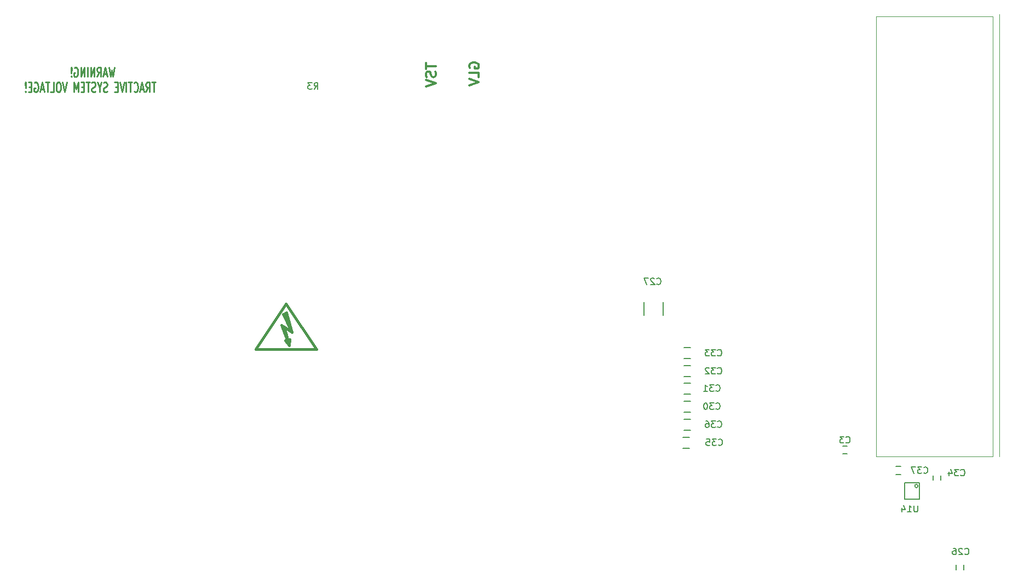
<source format=gbr>
G04 #@! TF.FileFunction,Legend,Bot*
%FSLAX46Y46*%
G04 Gerber Fmt 4.6, Leading zero omitted, Abs format (unit mm)*
G04 Created by KiCad (PCBNEW 4.0.2-stable) date 3/30/2017 9:01:33 AM*
%MOMM*%
G01*
G04 APERTURE LIST*
%ADD10C,0.100000*%
%ADD11C,0.300000*%
%ADD12C,0.250000*%
%ADD13C,0.150000*%
%ADD14C,0.381000*%
G04 APERTURE END LIST*
D10*
X219964000Y-131699000D02*
X201930000Y-131699000D01*
X201930000Y-63627000D02*
X219964000Y-63627000D01*
X219964000Y-131699000D02*
X219964000Y-63627000D01*
X201930000Y-63627000D02*
X201930000Y-131699000D01*
X220980000Y-63246000D02*
X220980000Y-131699000D01*
D11*
X132338071Y-70858286D02*
X132338071Y-71715429D01*
X133838071Y-71286858D02*
X132338071Y-71286858D01*
X133766643Y-72144000D02*
X133838071Y-72358286D01*
X133838071Y-72715429D01*
X133766643Y-72858286D01*
X133695214Y-72929715D01*
X133552357Y-73001143D01*
X133409500Y-73001143D01*
X133266643Y-72929715D01*
X133195214Y-72858286D01*
X133123786Y-72715429D01*
X133052357Y-72429715D01*
X132980929Y-72286857D01*
X132909500Y-72215429D01*
X132766643Y-72144000D01*
X132623786Y-72144000D01*
X132480929Y-72215429D01*
X132409500Y-72286857D01*
X132338071Y-72429715D01*
X132338071Y-72786857D01*
X132409500Y-73001143D01*
X132338071Y-73429714D02*
X133838071Y-73929714D01*
X132338071Y-74429714D01*
X139077000Y-71596357D02*
X139005571Y-71453500D01*
X139005571Y-71239214D01*
X139077000Y-71024929D01*
X139219857Y-70882071D01*
X139362714Y-70810643D01*
X139648429Y-70739214D01*
X139862714Y-70739214D01*
X140148429Y-70810643D01*
X140291286Y-70882071D01*
X140434143Y-71024929D01*
X140505571Y-71239214D01*
X140505571Y-71382071D01*
X140434143Y-71596357D01*
X140362714Y-71667786D01*
X139862714Y-71667786D01*
X139862714Y-71382071D01*
X140505571Y-73024929D02*
X140505571Y-72310643D01*
X139005571Y-72310643D01*
X139005571Y-73310643D02*
X140505571Y-73810643D01*
X139005571Y-74310643D01*
D12*
X84152904Y-71473071D02*
X83914809Y-72973071D01*
X83724332Y-71901643D01*
X83533856Y-72973071D01*
X83295761Y-71473071D01*
X82962428Y-72544500D02*
X82486237Y-72544500D01*
X83057666Y-72973071D02*
X82724333Y-71473071D01*
X82390999Y-72973071D01*
X81486237Y-72973071D02*
X81819571Y-72258786D01*
X82057666Y-72973071D02*
X82057666Y-71473071D01*
X81676713Y-71473071D01*
X81581475Y-71544500D01*
X81533856Y-71615929D01*
X81486237Y-71758786D01*
X81486237Y-71973071D01*
X81533856Y-72115929D01*
X81581475Y-72187357D01*
X81676713Y-72258786D01*
X82057666Y-72258786D01*
X81057666Y-72973071D02*
X81057666Y-71473071D01*
X80486237Y-72973071D01*
X80486237Y-71473071D01*
X80010047Y-72973071D02*
X80010047Y-71473071D01*
X79533857Y-72973071D02*
X79533857Y-71473071D01*
X78962428Y-72973071D01*
X78962428Y-71473071D01*
X77962428Y-71544500D02*
X78057666Y-71473071D01*
X78200523Y-71473071D01*
X78343381Y-71544500D01*
X78438619Y-71687357D01*
X78486238Y-71830214D01*
X78533857Y-72115929D01*
X78533857Y-72330214D01*
X78486238Y-72615929D01*
X78438619Y-72758786D01*
X78343381Y-72901643D01*
X78200523Y-72973071D01*
X78105285Y-72973071D01*
X77962428Y-72901643D01*
X77914809Y-72830214D01*
X77914809Y-72330214D01*
X78105285Y-72330214D01*
X77486238Y-72830214D02*
X77438619Y-72901643D01*
X77486238Y-72973071D01*
X77533857Y-72901643D01*
X77486238Y-72830214D01*
X77486238Y-72973071D01*
X77486238Y-72401643D02*
X77533857Y-71544500D01*
X77486238Y-71473071D01*
X77438619Y-71544500D01*
X77486238Y-72401643D01*
X77486238Y-71473071D01*
X90510048Y-73823071D02*
X89938619Y-73823071D01*
X90224334Y-75323071D02*
X90224334Y-73823071D01*
X89033857Y-75323071D02*
X89367191Y-74608786D01*
X89605286Y-75323071D02*
X89605286Y-73823071D01*
X89224333Y-73823071D01*
X89129095Y-73894500D01*
X89081476Y-73965929D01*
X89033857Y-74108786D01*
X89033857Y-74323071D01*
X89081476Y-74465929D01*
X89129095Y-74537357D01*
X89224333Y-74608786D01*
X89605286Y-74608786D01*
X88652905Y-74894500D02*
X88176714Y-74894500D01*
X88748143Y-75323071D02*
X88414810Y-73823071D01*
X88081476Y-75323071D01*
X87176714Y-75180214D02*
X87224333Y-75251643D01*
X87367190Y-75323071D01*
X87462428Y-75323071D01*
X87605286Y-75251643D01*
X87700524Y-75108786D01*
X87748143Y-74965929D01*
X87795762Y-74680214D01*
X87795762Y-74465929D01*
X87748143Y-74180214D01*
X87700524Y-74037357D01*
X87605286Y-73894500D01*
X87462428Y-73823071D01*
X87367190Y-73823071D01*
X87224333Y-73894500D01*
X87176714Y-73965929D01*
X86891000Y-73823071D02*
X86319571Y-73823071D01*
X86605286Y-75323071D02*
X86605286Y-73823071D01*
X85986238Y-75323071D02*
X85986238Y-73823071D01*
X85652905Y-73823071D02*
X85319572Y-75323071D01*
X84986238Y-73823071D01*
X84652905Y-74537357D02*
X84319571Y-74537357D01*
X84176714Y-75323071D02*
X84652905Y-75323071D01*
X84652905Y-73823071D01*
X84176714Y-73823071D01*
X83033857Y-75251643D02*
X82891000Y-75323071D01*
X82652904Y-75323071D01*
X82557666Y-75251643D01*
X82510047Y-75180214D01*
X82462428Y-75037357D01*
X82462428Y-74894500D01*
X82510047Y-74751643D01*
X82557666Y-74680214D01*
X82652904Y-74608786D01*
X82843381Y-74537357D01*
X82938619Y-74465929D01*
X82986238Y-74394500D01*
X83033857Y-74251643D01*
X83033857Y-74108786D01*
X82986238Y-73965929D01*
X82938619Y-73894500D01*
X82843381Y-73823071D01*
X82605285Y-73823071D01*
X82462428Y-73894500D01*
X81843381Y-74608786D02*
X81843381Y-75323071D01*
X82176714Y-73823071D02*
X81843381Y-74608786D01*
X81510047Y-73823071D01*
X81224333Y-75251643D02*
X81081476Y-75323071D01*
X80843380Y-75323071D01*
X80748142Y-75251643D01*
X80700523Y-75180214D01*
X80652904Y-75037357D01*
X80652904Y-74894500D01*
X80700523Y-74751643D01*
X80748142Y-74680214D01*
X80843380Y-74608786D01*
X81033857Y-74537357D01*
X81129095Y-74465929D01*
X81176714Y-74394500D01*
X81224333Y-74251643D01*
X81224333Y-74108786D01*
X81176714Y-73965929D01*
X81129095Y-73894500D01*
X81033857Y-73823071D01*
X80795761Y-73823071D01*
X80652904Y-73894500D01*
X80367190Y-73823071D02*
X79795761Y-73823071D01*
X80081476Y-75323071D02*
X80081476Y-73823071D01*
X79462428Y-74537357D02*
X79129094Y-74537357D01*
X78986237Y-75323071D02*
X79462428Y-75323071D01*
X79462428Y-73823071D01*
X78986237Y-73823071D01*
X78557666Y-75323071D02*
X78557666Y-73823071D01*
X78224332Y-74894500D01*
X77890999Y-73823071D01*
X77890999Y-75323071D01*
X76795761Y-73823071D02*
X76462428Y-75323071D01*
X76129094Y-73823071D01*
X75605285Y-73823071D02*
X75414808Y-73823071D01*
X75319570Y-73894500D01*
X75224332Y-74037357D01*
X75176713Y-74323071D01*
X75176713Y-74823071D01*
X75224332Y-75108786D01*
X75319570Y-75251643D01*
X75414808Y-75323071D01*
X75605285Y-75323071D01*
X75700523Y-75251643D01*
X75795761Y-75108786D01*
X75843380Y-74823071D01*
X75843380Y-74323071D01*
X75795761Y-74037357D01*
X75700523Y-73894500D01*
X75605285Y-73823071D01*
X74271951Y-75323071D02*
X74748142Y-75323071D01*
X74748142Y-73823071D01*
X74081475Y-73823071D02*
X73510046Y-73823071D01*
X73795761Y-75323071D02*
X73795761Y-73823071D01*
X73224332Y-74894500D02*
X72748141Y-74894500D01*
X73319570Y-75323071D02*
X72986237Y-73823071D01*
X72652903Y-75323071D01*
X71795760Y-73894500D02*
X71890998Y-73823071D01*
X72033855Y-73823071D01*
X72176713Y-73894500D01*
X72271951Y-74037357D01*
X72319570Y-74180214D01*
X72367189Y-74465929D01*
X72367189Y-74680214D01*
X72319570Y-74965929D01*
X72271951Y-75108786D01*
X72176713Y-75251643D01*
X72033855Y-75323071D01*
X71938617Y-75323071D01*
X71795760Y-75251643D01*
X71748141Y-75180214D01*
X71748141Y-74680214D01*
X71938617Y-74680214D01*
X71319570Y-74537357D02*
X70986236Y-74537357D01*
X70843379Y-75323071D02*
X71319570Y-75323071D01*
X71319570Y-73823071D01*
X70843379Y-73823071D01*
X70414808Y-75180214D02*
X70367189Y-75251643D01*
X70414808Y-75323071D01*
X70462427Y-75251643D01*
X70414808Y-75180214D01*
X70414808Y-75323071D01*
X70414808Y-74751643D02*
X70462427Y-73894500D01*
X70414808Y-73823071D01*
X70367189Y-73894500D01*
X70414808Y-74751643D01*
X70414808Y-73823071D01*
D13*
X196754000Y-131283000D02*
X197454000Y-131283000D01*
X197454000Y-130083000D02*
X196754000Y-130083000D01*
X110575000Y-109718000D02*
X110975000Y-110668000D01*
X110975000Y-110668000D02*
X110925000Y-110768000D01*
D14*
X110323960Y-109668840D02*
X110774060Y-109468000D01*
X111172840Y-114467640D02*
X109973960Y-111368840D01*
X109973960Y-111368840D02*
X110573400Y-111767620D01*
X111574160Y-112468660D02*
X110273680Y-109667040D01*
X111172840Y-114467640D02*
X110573400Y-113769140D01*
X110774060Y-109468920D02*
X111574160Y-112468660D01*
X111574160Y-112468660D02*
X110375280Y-111668560D01*
X110375280Y-111668560D02*
X111172840Y-114467640D01*
X111172840Y-114467640D02*
X111274440Y-113568480D01*
X110675000Y-108077000D02*
X105976000Y-115062000D01*
X105976000Y-115062000D02*
X115374000Y-115062000D01*
X115374000Y-115062000D02*
X110675000Y-108077000D01*
D13*
X214284000Y-148494000D02*
X214284000Y-149194000D01*
X215484000Y-149194000D02*
X215484000Y-148494000D01*
X166038000Y-109839000D02*
X166038000Y-107839000D01*
X168988000Y-107839000D02*
X168988000Y-109839000D01*
X172220000Y-123102000D02*
X173220000Y-123102000D01*
X173220000Y-124802000D02*
X172220000Y-124802000D01*
X172220000Y-120308000D02*
X173220000Y-120308000D01*
X173220000Y-122008000D02*
X172220000Y-122008000D01*
X172220000Y-117641000D02*
X173220000Y-117641000D01*
X173220000Y-119341000D02*
X172220000Y-119341000D01*
X172220000Y-114847000D02*
X173220000Y-114847000D01*
X173220000Y-116547000D02*
X172220000Y-116547000D01*
X211928000Y-135351000D02*
X211928000Y-134651000D01*
X210728000Y-134651000D02*
X210728000Y-135351000D01*
X172093000Y-128690000D02*
X173093000Y-128690000D01*
X173093000Y-130390000D02*
X172093000Y-130390000D01*
X172220000Y-125896000D02*
X173220000Y-125896000D01*
X173220000Y-127596000D02*
X172220000Y-127596000D01*
X205009000Y-134458000D02*
X205709000Y-134458000D01*
X205709000Y-133258000D02*
X205009000Y-133258000D01*
X208407000Y-136271000D02*
G75*
G03X208407000Y-136271000I-254000J0D01*
G01*
X206375000Y-138303000D02*
X206375000Y-135763000D01*
X206375000Y-135763000D02*
X208661000Y-135763000D01*
X208661000Y-135763000D02*
X208661000Y-138303000D01*
X208661000Y-138303000D02*
X206375000Y-138303000D01*
X197270666Y-129516143D02*
X197318285Y-129563762D01*
X197461142Y-129611381D01*
X197556380Y-129611381D01*
X197699238Y-129563762D01*
X197794476Y-129468524D01*
X197842095Y-129373286D01*
X197889714Y-129182810D01*
X197889714Y-129039952D01*
X197842095Y-128849476D01*
X197794476Y-128754238D01*
X197699238Y-128659000D01*
X197556380Y-128611381D01*
X197461142Y-128611381D01*
X197318285Y-128659000D01*
X197270666Y-128706619D01*
X196937333Y-128611381D02*
X196318285Y-128611381D01*
X196651619Y-128992333D01*
X196508761Y-128992333D01*
X196413523Y-129039952D01*
X196365904Y-129087571D01*
X196318285Y-129182810D01*
X196318285Y-129420905D01*
X196365904Y-129516143D01*
X196413523Y-129563762D01*
X196508761Y-129611381D01*
X196794476Y-129611381D01*
X196889714Y-129563762D01*
X196937333Y-129516143D01*
X115038166Y-74874381D02*
X115371500Y-74398190D01*
X115609595Y-74874381D02*
X115609595Y-73874381D01*
X115228642Y-73874381D01*
X115133404Y-73922000D01*
X115085785Y-73969619D01*
X115038166Y-74064857D01*
X115038166Y-74207714D01*
X115085785Y-74302952D01*
X115133404Y-74350571D01*
X115228642Y-74398190D01*
X115609595Y-74398190D01*
X114704833Y-73874381D02*
X114085785Y-73874381D01*
X114419119Y-74255333D01*
X114276261Y-74255333D01*
X114181023Y-74302952D01*
X114133404Y-74350571D01*
X114085785Y-74445810D01*
X114085785Y-74683905D01*
X114133404Y-74779143D01*
X114181023Y-74826762D01*
X114276261Y-74874381D01*
X114561976Y-74874381D01*
X114657214Y-74826762D01*
X114704833Y-74779143D01*
X215653857Y-146788143D02*
X215701476Y-146835762D01*
X215844333Y-146883381D01*
X215939571Y-146883381D01*
X216082429Y-146835762D01*
X216177667Y-146740524D01*
X216225286Y-146645286D01*
X216272905Y-146454810D01*
X216272905Y-146311952D01*
X216225286Y-146121476D01*
X216177667Y-146026238D01*
X216082429Y-145931000D01*
X215939571Y-145883381D01*
X215844333Y-145883381D01*
X215701476Y-145931000D01*
X215653857Y-145978619D01*
X215272905Y-145978619D02*
X215225286Y-145931000D01*
X215130048Y-145883381D01*
X214891952Y-145883381D01*
X214796714Y-145931000D01*
X214749095Y-145978619D01*
X214701476Y-146073857D01*
X214701476Y-146169095D01*
X214749095Y-146311952D01*
X215320524Y-146883381D01*
X214701476Y-146883381D01*
X213844333Y-145883381D02*
X214034810Y-145883381D01*
X214130048Y-145931000D01*
X214177667Y-145978619D01*
X214272905Y-146121476D01*
X214320524Y-146311952D01*
X214320524Y-146692905D01*
X214272905Y-146788143D01*
X214225286Y-146835762D01*
X214130048Y-146883381D01*
X213939571Y-146883381D01*
X213844333Y-146835762D01*
X213796714Y-146788143D01*
X213749095Y-146692905D01*
X213749095Y-146454810D01*
X213796714Y-146359571D01*
X213844333Y-146311952D01*
X213939571Y-146264333D01*
X214130048Y-146264333D01*
X214225286Y-146311952D01*
X214272905Y-146359571D01*
X214320524Y-146454810D01*
X168028857Y-105005143D02*
X168076476Y-105052762D01*
X168219333Y-105100381D01*
X168314571Y-105100381D01*
X168457429Y-105052762D01*
X168552667Y-104957524D01*
X168600286Y-104862286D01*
X168647905Y-104671810D01*
X168647905Y-104528952D01*
X168600286Y-104338476D01*
X168552667Y-104243238D01*
X168457429Y-104148000D01*
X168314571Y-104100381D01*
X168219333Y-104100381D01*
X168076476Y-104148000D01*
X168028857Y-104195619D01*
X167647905Y-104195619D02*
X167600286Y-104148000D01*
X167505048Y-104100381D01*
X167266952Y-104100381D01*
X167171714Y-104148000D01*
X167124095Y-104195619D01*
X167076476Y-104290857D01*
X167076476Y-104386095D01*
X167124095Y-104528952D01*
X167695524Y-105100381D01*
X167076476Y-105100381D01*
X166743143Y-104100381D02*
X166076476Y-104100381D01*
X166505048Y-105100381D01*
X177172857Y-124309143D02*
X177220476Y-124356762D01*
X177363333Y-124404381D01*
X177458571Y-124404381D01*
X177601429Y-124356762D01*
X177696667Y-124261524D01*
X177744286Y-124166286D01*
X177791905Y-123975810D01*
X177791905Y-123832952D01*
X177744286Y-123642476D01*
X177696667Y-123547238D01*
X177601429Y-123452000D01*
X177458571Y-123404381D01*
X177363333Y-123404381D01*
X177220476Y-123452000D01*
X177172857Y-123499619D01*
X176839524Y-123404381D02*
X176220476Y-123404381D01*
X176553810Y-123785333D01*
X176410952Y-123785333D01*
X176315714Y-123832952D01*
X176268095Y-123880571D01*
X176220476Y-123975810D01*
X176220476Y-124213905D01*
X176268095Y-124309143D01*
X176315714Y-124356762D01*
X176410952Y-124404381D01*
X176696667Y-124404381D01*
X176791905Y-124356762D01*
X176839524Y-124309143D01*
X175601429Y-123404381D02*
X175506190Y-123404381D01*
X175410952Y-123452000D01*
X175363333Y-123499619D01*
X175315714Y-123594857D01*
X175268095Y-123785333D01*
X175268095Y-124023429D01*
X175315714Y-124213905D01*
X175363333Y-124309143D01*
X175410952Y-124356762D01*
X175506190Y-124404381D01*
X175601429Y-124404381D01*
X175696667Y-124356762D01*
X175744286Y-124309143D01*
X175791905Y-124213905D01*
X175839524Y-124023429D01*
X175839524Y-123785333D01*
X175791905Y-123594857D01*
X175744286Y-123499619D01*
X175696667Y-123452000D01*
X175601429Y-123404381D01*
X177172857Y-121515143D02*
X177220476Y-121562762D01*
X177363333Y-121610381D01*
X177458571Y-121610381D01*
X177601429Y-121562762D01*
X177696667Y-121467524D01*
X177744286Y-121372286D01*
X177791905Y-121181810D01*
X177791905Y-121038952D01*
X177744286Y-120848476D01*
X177696667Y-120753238D01*
X177601429Y-120658000D01*
X177458571Y-120610381D01*
X177363333Y-120610381D01*
X177220476Y-120658000D01*
X177172857Y-120705619D01*
X176839524Y-120610381D02*
X176220476Y-120610381D01*
X176553810Y-120991333D01*
X176410952Y-120991333D01*
X176315714Y-121038952D01*
X176268095Y-121086571D01*
X176220476Y-121181810D01*
X176220476Y-121419905D01*
X176268095Y-121515143D01*
X176315714Y-121562762D01*
X176410952Y-121610381D01*
X176696667Y-121610381D01*
X176791905Y-121562762D01*
X176839524Y-121515143D01*
X175268095Y-121610381D02*
X175839524Y-121610381D01*
X175553810Y-121610381D02*
X175553810Y-120610381D01*
X175649048Y-120753238D01*
X175744286Y-120848476D01*
X175839524Y-120896095D01*
X177426857Y-118848143D02*
X177474476Y-118895762D01*
X177617333Y-118943381D01*
X177712571Y-118943381D01*
X177855429Y-118895762D01*
X177950667Y-118800524D01*
X177998286Y-118705286D01*
X178045905Y-118514810D01*
X178045905Y-118371952D01*
X177998286Y-118181476D01*
X177950667Y-118086238D01*
X177855429Y-117991000D01*
X177712571Y-117943381D01*
X177617333Y-117943381D01*
X177474476Y-117991000D01*
X177426857Y-118038619D01*
X177093524Y-117943381D02*
X176474476Y-117943381D01*
X176807810Y-118324333D01*
X176664952Y-118324333D01*
X176569714Y-118371952D01*
X176522095Y-118419571D01*
X176474476Y-118514810D01*
X176474476Y-118752905D01*
X176522095Y-118848143D01*
X176569714Y-118895762D01*
X176664952Y-118943381D01*
X176950667Y-118943381D01*
X177045905Y-118895762D01*
X177093524Y-118848143D01*
X176093524Y-118038619D02*
X176045905Y-117991000D01*
X175950667Y-117943381D01*
X175712571Y-117943381D01*
X175617333Y-117991000D01*
X175569714Y-118038619D01*
X175522095Y-118133857D01*
X175522095Y-118229095D01*
X175569714Y-118371952D01*
X176141143Y-118943381D01*
X175522095Y-118943381D01*
X177426857Y-116054143D02*
X177474476Y-116101762D01*
X177617333Y-116149381D01*
X177712571Y-116149381D01*
X177855429Y-116101762D01*
X177950667Y-116006524D01*
X177998286Y-115911286D01*
X178045905Y-115720810D01*
X178045905Y-115577952D01*
X177998286Y-115387476D01*
X177950667Y-115292238D01*
X177855429Y-115197000D01*
X177712571Y-115149381D01*
X177617333Y-115149381D01*
X177474476Y-115197000D01*
X177426857Y-115244619D01*
X177093524Y-115149381D02*
X176474476Y-115149381D01*
X176807810Y-115530333D01*
X176664952Y-115530333D01*
X176569714Y-115577952D01*
X176522095Y-115625571D01*
X176474476Y-115720810D01*
X176474476Y-115958905D01*
X176522095Y-116054143D01*
X176569714Y-116101762D01*
X176664952Y-116149381D01*
X176950667Y-116149381D01*
X177045905Y-116101762D01*
X177093524Y-116054143D01*
X176141143Y-115149381D02*
X175522095Y-115149381D01*
X175855429Y-115530333D01*
X175712571Y-115530333D01*
X175617333Y-115577952D01*
X175569714Y-115625571D01*
X175522095Y-115720810D01*
X175522095Y-115958905D01*
X175569714Y-116054143D01*
X175617333Y-116101762D01*
X175712571Y-116149381D01*
X175998286Y-116149381D01*
X176093524Y-116101762D01*
X176141143Y-116054143D01*
X215018857Y-134596143D02*
X215066476Y-134643762D01*
X215209333Y-134691381D01*
X215304571Y-134691381D01*
X215447429Y-134643762D01*
X215542667Y-134548524D01*
X215590286Y-134453286D01*
X215637905Y-134262810D01*
X215637905Y-134119952D01*
X215590286Y-133929476D01*
X215542667Y-133834238D01*
X215447429Y-133739000D01*
X215304571Y-133691381D01*
X215209333Y-133691381D01*
X215066476Y-133739000D01*
X215018857Y-133786619D01*
X214685524Y-133691381D02*
X214066476Y-133691381D01*
X214399810Y-134072333D01*
X214256952Y-134072333D01*
X214161714Y-134119952D01*
X214114095Y-134167571D01*
X214066476Y-134262810D01*
X214066476Y-134500905D01*
X214114095Y-134596143D01*
X214161714Y-134643762D01*
X214256952Y-134691381D01*
X214542667Y-134691381D01*
X214637905Y-134643762D01*
X214685524Y-134596143D01*
X213209333Y-134024714D02*
X213209333Y-134691381D01*
X213447429Y-133643762D02*
X213685524Y-134358048D01*
X213066476Y-134358048D01*
X177553857Y-129897143D02*
X177601476Y-129944762D01*
X177744333Y-129992381D01*
X177839571Y-129992381D01*
X177982429Y-129944762D01*
X178077667Y-129849524D01*
X178125286Y-129754286D01*
X178172905Y-129563810D01*
X178172905Y-129420952D01*
X178125286Y-129230476D01*
X178077667Y-129135238D01*
X177982429Y-129040000D01*
X177839571Y-128992381D01*
X177744333Y-128992381D01*
X177601476Y-129040000D01*
X177553857Y-129087619D01*
X177220524Y-128992381D02*
X176601476Y-128992381D01*
X176934810Y-129373333D01*
X176791952Y-129373333D01*
X176696714Y-129420952D01*
X176649095Y-129468571D01*
X176601476Y-129563810D01*
X176601476Y-129801905D01*
X176649095Y-129897143D01*
X176696714Y-129944762D01*
X176791952Y-129992381D01*
X177077667Y-129992381D01*
X177172905Y-129944762D01*
X177220524Y-129897143D01*
X175696714Y-128992381D02*
X176172905Y-128992381D01*
X176220524Y-129468571D01*
X176172905Y-129420952D01*
X176077667Y-129373333D01*
X175839571Y-129373333D01*
X175744333Y-129420952D01*
X175696714Y-129468571D01*
X175649095Y-129563810D01*
X175649095Y-129801905D01*
X175696714Y-129897143D01*
X175744333Y-129944762D01*
X175839571Y-129992381D01*
X176077667Y-129992381D01*
X176172905Y-129944762D01*
X176220524Y-129897143D01*
X177426857Y-127103143D02*
X177474476Y-127150762D01*
X177617333Y-127198381D01*
X177712571Y-127198381D01*
X177855429Y-127150762D01*
X177950667Y-127055524D01*
X177998286Y-126960286D01*
X178045905Y-126769810D01*
X178045905Y-126626952D01*
X177998286Y-126436476D01*
X177950667Y-126341238D01*
X177855429Y-126246000D01*
X177712571Y-126198381D01*
X177617333Y-126198381D01*
X177474476Y-126246000D01*
X177426857Y-126293619D01*
X177093524Y-126198381D02*
X176474476Y-126198381D01*
X176807810Y-126579333D01*
X176664952Y-126579333D01*
X176569714Y-126626952D01*
X176522095Y-126674571D01*
X176474476Y-126769810D01*
X176474476Y-127007905D01*
X176522095Y-127103143D01*
X176569714Y-127150762D01*
X176664952Y-127198381D01*
X176950667Y-127198381D01*
X177045905Y-127150762D01*
X177093524Y-127103143D01*
X175617333Y-126198381D02*
X175807810Y-126198381D01*
X175903048Y-126246000D01*
X175950667Y-126293619D01*
X176045905Y-126436476D01*
X176093524Y-126626952D01*
X176093524Y-127007905D01*
X176045905Y-127103143D01*
X175998286Y-127150762D01*
X175903048Y-127198381D01*
X175712571Y-127198381D01*
X175617333Y-127150762D01*
X175569714Y-127103143D01*
X175522095Y-127007905D01*
X175522095Y-126769810D01*
X175569714Y-126674571D01*
X175617333Y-126626952D01*
X175712571Y-126579333D01*
X175903048Y-126579333D01*
X175998286Y-126626952D01*
X176045905Y-126674571D01*
X176093524Y-126769810D01*
X209303857Y-134215143D02*
X209351476Y-134262762D01*
X209494333Y-134310381D01*
X209589571Y-134310381D01*
X209732429Y-134262762D01*
X209827667Y-134167524D01*
X209875286Y-134072286D01*
X209922905Y-133881810D01*
X209922905Y-133738952D01*
X209875286Y-133548476D01*
X209827667Y-133453238D01*
X209732429Y-133358000D01*
X209589571Y-133310381D01*
X209494333Y-133310381D01*
X209351476Y-133358000D01*
X209303857Y-133405619D01*
X208970524Y-133310381D02*
X208351476Y-133310381D01*
X208684810Y-133691333D01*
X208541952Y-133691333D01*
X208446714Y-133738952D01*
X208399095Y-133786571D01*
X208351476Y-133881810D01*
X208351476Y-134119905D01*
X208399095Y-134215143D01*
X208446714Y-134262762D01*
X208541952Y-134310381D01*
X208827667Y-134310381D01*
X208922905Y-134262762D01*
X208970524Y-134215143D01*
X208018143Y-133310381D02*
X207351476Y-133310381D01*
X207780048Y-134310381D01*
X208375095Y-139279381D02*
X208375095Y-140088905D01*
X208327476Y-140184143D01*
X208279857Y-140231762D01*
X208184619Y-140279381D01*
X207994142Y-140279381D01*
X207898904Y-140231762D01*
X207851285Y-140184143D01*
X207803666Y-140088905D01*
X207803666Y-139279381D01*
X206803666Y-140279381D02*
X207375095Y-140279381D01*
X207089381Y-140279381D02*
X207089381Y-139279381D01*
X207184619Y-139422238D01*
X207279857Y-139517476D01*
X207375095Y-139565095D01*
X205946523Y-139612714D02*
X205946523Y-140279381D01*
X206184619Y-139231762D02*
X206422714Y-139946048D01*
X205803666Y-139946048D01*
M02*

</source>
